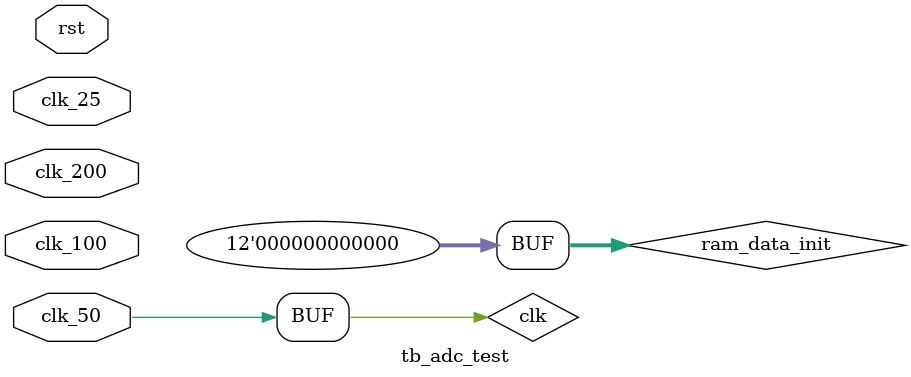
<source format=v>
module tb_adc_test(
    input clk_25,
    input clk_50,
    input clk_100, 
    input clk_200,
    input rst
);

    wire clk;
    assign clk = clk_50;

    reg [7:0] state, next_state;
    localparam IDLE = 8'h00, WAIT = 8'h01;
    localparam INIT = 8'h10, TYPE = 8'h11, CONF = 8'h12, CONV = 8'h13;
    localparam FIFO = 8'h14;

    wire fs_init, fd_init;
    wire fs_type, fd_type;
    wire fs_conf, fd_conf;
    wire fs_conv, fd_conv;
    wire fs_fifo, fd_fifo;

    wire [7:0] device_type;
    wire [15:0] device_temp;

    wire [7:0] fifo_adc_rxen;
    wire [63:0] fifo_adc_rxd;

    wire [11:0] ram_data_init, ram_data_txa;
    wire [7:0] ram_data_txd;

    assign ram_data_init = 12'h000;
    assign fs_init = (state == INIT);
    assign fs_type = (state == TYPE);
    assign fs_conf = (state == CONF);
    assign fs_conv = (state == CONV);
    assign fs_fifo = (state == FIFO);


    always@(posedge clk or posedge rst) begin
        if(rst) state <= IDLE;
        else state <= next_state;
    end
    
    always@(*) begin
        case(state)
            IDLE: next_state <= WAIT;
            WAIT: next_state <= INIT;
            INIT: begin
                if(fd_init) next_state <= TYPE;
                else next_state <= INIT;
            end
            TYPE: begin
                if(fd_type) next_state <= CONF;
                else next_state <= TYPE;
            end
            CONF: begin
                if(fd_conf) next_state <= CONV;
                else next_state <= CONF;
            end
            CONV: begin
                if(fd_conv) next_state <= FIFO; 
                else next_state <= CONV;
            end
            FIFO: begin
                if(fd_fifo) next_state <= WAIT;
                else next_state <= FIFO;
            end
            
                
            default: next_state <= IDLE;
        endcase
    end



    adc2ram
    adc2ram_dut(
        .clk(clk_100),
        .rst(rst),

        .fs(fs_fifo),
        .fd(fd_fifo),

        .ram_txa_init(ram_data_init),

        .fifo_rxen(fifo_adc_rxen),
        .fifo_rxd(fifo_adc_rxd),

        .ram_txen(ram_data_txen),
        .ram_txd(ram_data_txd),
        .ram_txa(ram_data_txa)
    );





    adc_test
    adc_test_dut(
        .clk(clk_50),

        .fifo_txc(clk_100),
        .fifo_rxc(clk_100),

        .rst(rst),

        .fs_init(fs_init),
        .fd_init(fd_init),
        .fs_type(fs_type),
        .fd_type(fd_type),
        .fs_conf(fs_conf),
        .fd_conf(fd_conf),
        .fs_conv(fs_conv),
        .fd_conv(fd_conv),

        .device_type(device_type),
        .device_temp(device_temp),

        .fifo_rxen(fifo_adc_rxen),
        .fifo_rxd(fifo_adc_rxd)
    );



endmodule
</source>
